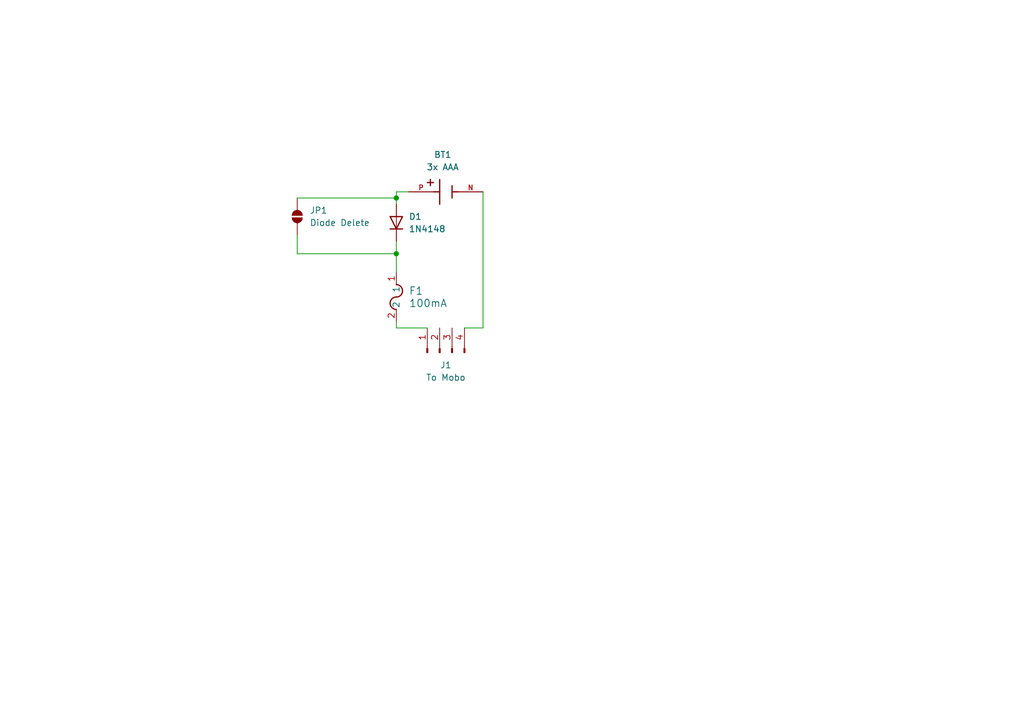
<source format=kicad_sch>
(kicad_sch (version 20231120) (generator "eeschema") (generator_version "8.0")
  (paper "A5")
  (lib_symbols
    (symbol "2023-10-26_08-36-46:0PTF0078P" (pin_names (offset 0.254))
      (property "Reference" "F" (at 5.08 3.175 0))
      (property "Value" "0PTF0078P" (at 5.08 -3.175 0))
      (symbol "0PTF0078P_1_1"
        (arc (start 5.08 0) (mid 3.81 1.2645) (end 2.54 0) (stroke (width 0.254)))
        (arc (start 5.08 0) (mid 6.35 -1.2645) (end 7.62 0) (stroke (width 0.254)))
        (pin unspecified line (at 0 0 0) (length 2.54) (name "1") (number "1"))
        (pin unspecified line (at 10.16 0 180) (length 2.54) (name "2") (number "2"))
      )
      (symbol "0PTF0078P_1_2"
        (arc (start 0 5.08) (mid -1.2645 3.81) (end 0 2.54) (stroke (width 0.254)))
        (arc (start 0 5.08) (mid 1.2645 6.35) (end 0 7.62) (stroke (width 0.254)))
        (pin unspecified line (at 0 0 90) (length 2.54) (name "1") (number "1"))
        (pin unspecified line (at 0 10.16 270) (length 2.54) (name "2") (number "2"))
      )
    )
    (symbol "2479:2479" (pin_names (offset 1.016))
      (property "Reference" "BT" (at -3.81 3.81 0))
      (property "Value" "2479" (at -3.81 -5.08 0))
      (symbol "2479_0_0"
        (polyline (pts (xy -3.81 1.905) (xy -2.54 1.905)) (stroke (width 0.254)))
        (polyline (pts (xy -3.175 2.54) (xy -3.175 1.27)) (stroke (width 0.254)))
        (polyline (pts (xy -1.27 0) (xy -2.54 0)) (stroke (width 0.254)))
        (polyline (pts (xy -1.27 0) (xy -1.27 -2.54)) (stroke (width 0.254)))
        (polyline (pts (xy -1.27 2.54) (xy -1.27 0)) (stroke (width 0.254)))
        (polyline (pts (xy 1.27 0) (xy 1.27 -1.27)) (stroke (width 0.254)))
        (polyline (pts (xy 1.27 0) (xy 2.54 0)) (stroke (width 0.254)))
        (polyline (pts (xy 1.27 1.27) (xy 1.27 0)) (stroke (width 0.254)))
        (pin passive line (at 7.62 0 180) (length 5.08) (name "~") (number "N"))
        (pin passive line (at -7.62 0 0) (length 5.08) (name "~") (number "P"))
      )
    )
    (symbol "Connector:Conn_01x04_Pin" (pin_names (offset 1.016) hide)
      (property "Reference" "J" (at 0 5.08 0))
      (property "Value" "Conn_01x04_Pin" (at 0 -7.62 0))
      (symbol "Conn_01x04_Pin_1_1"
        (polyline (pts (xy 1.27 -5.08) (xy 0.8636 -5.08)) (stroke (width 0.1524)))
        (polyline (pts (xy 1.27 -2.54) (xy 0.8636 -2.54)) (stroke (width 0.1524)))
        (polyline (pts (xy 1.27 0) (xy 0.8636 0)) (stroke (width 0.1524)))
        (polyline (pts (xy 1.27 2.54) (xy 0.8636 2.54)) (stroke (width 0.1524)))
        (rectangle (start 0.8636 -4.953) (end 0 -5.207) (stroke (width 0.1524)) (fill (type outline)))
        (rectangle (start 0.8636 -2.413) (end 0 -2.667) (stroke (width 0.1524)) (fill (type outline)))
        (rectangle (start 0.8636 0.127) (end 0 -0.127) (stroke (width 0.1524)) (fill (type outline)))
        (rectangle (start 0.8636 2.667) (end 0 2.413) (stroke (width 0.1524)) (fill (type outline)))
        (pin passive line (at 5.08 2.54 180) (length 3.81) (name "Pin_1") (number "1"))
        (pin passive line (at 5.08 0 180) (length 3.81) (name "Pin_2") (number "2"))
        (pin passive line (at 5.08 -2.54 180) (length 3.81) (name "Pin_3") (number "3"))
        (pin passive line (at 5.08 -5.08 180) (length 3.81) (name "Pin_4") (number "4"))
      )
    )
    (symbol "Device:D" (pin_numbers hide) (pin_names (offset 1.016) hide)
      (property "Reference" "D" (at 0 2.54 0))
      (property "Value" "D" (at 0 -2.54 0))
      (symbol "D_0_1"
        (polyline (pts (xy -1.27 1.27) (xy -1.27 -1.27)) (stroke (width 0.254)))
        (polyline (pts (xy 1.27 0) (xy -1.27 0)))
        (polyline (pts (xy 1.27 1.27) (xy 1.27 -1.27) (xy -1.27 0) (xy 1.27 1.27)) (stroke (width 0.254)))
      )
      (symbol "D_1_1"
        (pin passive line (at -3.81 0 0) (length 2.54) (name "K") (number "1"))
        (pin passive line (at 3.81 0 180) (length 2.54) (name "A") (number "2"))
      )
    )
    (symbol "Jumper:SolderJumper_2_Open" (pin_numbers hide) (pin_names (offset 0) hide) (exclude_from_sim yes) (in_bom no)
      (property "Reference" "JP" (at 0 2.032 0))
      (property "Value" "SolderJumper_2_Open" (at 0 -2.54 0))
      (symbol "SolderJumper_2_Open_0_1"
        (arc (start -0.254 1.016) (mid -1.2656 0) (end -0.254 -1.016))
        (arc (start -0.254 1.016) (mid -1.2656 0) (end -0.254 -1.016) (fill (type outline)))
        (polyline (pts (xy -0.254 1.016) (xy -0.254 -1.016)))
        (polyline (pts (xy 0.254 1.016) (xy 0.254 -1.016)))
        (arc (start 0.254 -1.016) (mid 1.2656 0) (end 0.254 1.016))
        (arc (start 0.254 -1.016) (mid 1.2656 0) (end 0.254 1.016) (fill (type outline)))
      )
      (symbol "SolderJumper_2_Open_1_1"
        (pin passive line (at -3.81 0 0) (length 2.54) (name "A") (number "1"))
        (pin passive line (at 3.81 0 180) (length 2.54) (name "B") (number "2"))
      )
    )
  )
  (junction (at 81.28 52.07))
  (junction (at 81.28 40.64))
  (wire (pts (xy 81.28 52.07) (xy 81.28 55.88)))
  (wire (pts (xy 81.28 67.31) (xy 87.63 67.31)))
  (wire (pts (xy 81.28 40.64) (xy 81.28 41.91)))
  (wire (pts (xy 83.82 39.37) (xy 81.28 39.37)))
  (wire (pts (xy 81.28 66.04) (xy 81.28 67.31)))
  (wire (pts (xy 60.96 40.64) (xy 81.28 40.64)))
  (wire (pts (xy 81.28 49.53) (xy 81.28 52.07)))
  (wire (pts (xy 99.06 39.37) (xy 99.06 67.31)))
  (wire (pts (xy 60.96 52.07) (xy 81.28 52.07)))
  (wire (pts (xy 81.28 39.37) (xy 81.28 40.64)))
  (wire (pts (xy 99.06 67.31) (xy 95.25 67.31)))
  (wire (pts (xy 60.96 48.26) (xy 60.96 52.07)))
  (symbol (lib_id "2479:2479") (at 91.44 39.37 0) (unit 1)
    (property "Reference" "BT1" (at 90.805 31.75 0))
    (property "Value" "3x AAA" (at 90.805 34.29 0))
    (property "Footprint" "2479:BAT_2479" (effects (hide yes)))
    (property "Description" "\nBattery Holder, AAA, Polypropylene, PC Mount, 3, Spring, PC Lug | Keystone Electronics 2479\n" (effects (hide yes)))
    (property "MF" "Keystone Electronics" (effects (hide yes)))
    (property "MAXIMUM_PACKAGE_HEIGHT" "13.5mm" (effects (hide yes)))
    (property "Package" "None" (effects (hide yes)))
    (property "Price" "None" (effects (hide yes)))
    (property "Check_prices" "https://www.snapeda.com/parts/2479/Keystone+Electronics/view-part/?ref=eda" (effects (hide yes)))
    (property "STANDARD" "Manufacturer Recommendations" (effects (hide yes)))
    (property "PARTREV" "E" (effects (hide yes)))
    (property "SnapEDA_Link" "https://www.snapeda.com/parts/2479/Keystone+Electronics/view-part/?ref=snap" (effects (hide yes)))
    (property "MP" "2479" (effects (hide yes)))
    (property "Purchase-URL" "https://www.snapeda.com/api/url_track_click_mouser/?unipart_id=5529290&manufacturer=Keystone Electronics&part_name=2479&search_term=None" (effects (hide yes)))
    (property "MANUFACTURER" "Keystone" (effects (hide yes)))
    (property "Availability" "In Stock" (effects (hide yes)))
    (property "SNAPEDA_PN" "2479" (effects (hide yes)))
  )
  (symbol (lib_id "Connector:Conn_01x04_Pin") (at 90.17 72.39 90) (unit 1)
    (property "Reference" "J1" (at 91.44 74.93 90))
    (property "Value" "To Mobo" (at 91.44 77.47 90))
    (property "Footprint" "Connector_PinHeader_2.54mm:PinHeader_1x04_P2.54mm_Vertical" (effects (hide yes)))
  )
  (symbol (lib_id "Device:D") (at 81.28 45.72 90) (unit 1)
    (property "Reference" "D1" (at 83.82 44.45 90) (effects (justify right)))
    (property "Value" "1N4148" (at 83.82 46.99 90) (effects (justify right)))
    (property "Footprint" "Diode_THT:D_DO-35_SOD27_P7.62mm_Horizontal" (effects (hide yes)))
    (property "Sim.Device" "D" (effects (hide yes)))
    (property "Sim.Pins" "1=K 2=A" (effects (hide yes)))
  )
  (symbol (lib_id "Jumper:SolderJumper_2_Open") (at 60.96 44.45 270) (unit 1) (exclude_from_sim yes) (in_bom no)
    (property "Reference" "JP1" (at 63.5 43.1799 90) (effects (justify left)))
    (property "Value" "Diode Delete" (at 63.5 45.7199 90) (effects (justify left)))
    (property "Footprint" "Jumper:SolderJumper-2_P1.3mm_Open_TrianglePad1.0x1.5mm" (effects (hide yes)))
    (property "Description" "Solder Jumper, 2-pole, open" (effects (hide yes)))
  )
  (symbol (lib_id "2023-10-26_08-36-46:0PTF0078P") (at 81.28 55.88 270) (unit 1)
    (property "Reference" "F1" (at 83.82 59.6899 90) (effects (font (size 1.524 1.524)) (justify left)))
    (property "Value" "100mA" (at 83.82 62.2299 90) (effects (font (size 1.524 1.524)) (justify left)))
    (property "Footprint" "PCRestoLib:UniversalGreenFuseHolder" (effects (hide yes)))
    (property "Datasheet" "0PTF0078P" (effects (hide yes)))
  )
)
</source>
